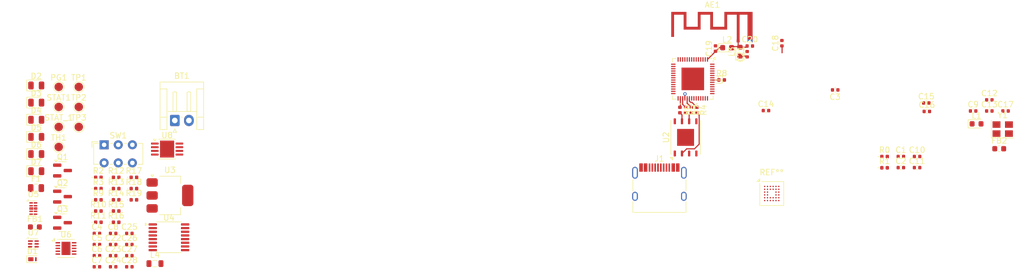
<source format=kicad_pcb>
(kicad_pcb (version 20240108) (generator "pcbnew") (generator_version "8.0")
  (layers (0 "F.Cu" signal) (31 "B.Cu" signal) (34 "B.Paste" user) (35 "F.Paste" user) (36 "B.SilkS" user "B.Silkscreen") (37 "F.SilkS" user "F.Silkscreen") (38 "B.Mask" user) (39 "F.Mask" user) (44 "Edge.Cuts" user))
  (net 0 "")
  (net 1 "Net-(AE1-A)")
  (net 2 "Net-(BT1--)")
  (net 3 "Net-(BT1-+)")
  (net 4 "GND")
  (net 5 "Net-(U1-XTAL_N)")
  (net 6 "Net-(C2-Pad1)")
  (net 7 "+3.3V")
  (net 8 "Net-(D1-K)")
  (net 9 "VBUS")
  (net 10 "Net-(D2-K)")
  (net 11 "Net-(C9-Pad1)")
  (net 12 "Net-(C14-Pad1)")
  (net 13 "Net-(U1-LNA_IN)")
  (net 14 "Net-(C21-Pad1)")
  (net 15 "+BATT")
  (net 16 "Net-(U7-BAT)")
  (net 17 "+5V")
  (net 18 "Net-(D3-K)")
  (net 19 "/POWER_GOOD")
  (net 20 "/STAT_1")
  (net 21 "Net-(SW1-B)")
  (net 22 "Net-(U3-VO)")
  (net 23 "Net-(J1-D--PadA7)")
  (net 24 "GNDS")
  (net 25 "Net-(J1-D+-PadA6)")
  (net 26 "Net-(J1-CC2)")
  (net 27 "Net-(J1-CC1)")
  (net 28 "Net-(U8-LX)")
  (net 29 "Net-(Q1-G)")
  (net 30 "Net-(Q2-D)")
  (net 31 "Net-(Q2-G)")
  (net 32 "Net-(Q3-G)")
  (net 33 "/SPI_D")
  (net 34 "Net-(U1-SPID)")
  (net 35 "Net-(U1-XTAL_P)")
  (net 36 "Net-(U4-SEL)")
  (net 37 "Net-(U1-SPIQ)")
  (net 38 "/SPI_Q")
  (net 39 "/SPI_W")
  (net 40 "Net-(U1-SPIWP)")
  (net 41 "Net-(U1-SPIHD)")
  (net 42 "/SPI_HOLD")
  (net 43 "/SPI_CLK")
  (net 44 "Net-(U1-SPICLK)")
  (net 45 "Net-(U1-U0TXD)")
  (net 46 "/TXD")
  (net 47 "Net-(U6-STAT1)")
  (net 48 "Net-(U6-STAT2)")
  (net 49 "Net-(U6-~{PG})")
  (net 50 "Net-(U6-PROG)")
  (net 51 "Net-(U7-V-)")
  (net 52 "Net-(U8-EN)")
  (net 53 "Net-(U8-RSET)")
  (net 54 "Net-(U8-FB)")
  (net 55 "Net-(U6-THERM)")
  (net 57 "/D+")
  (net 60 "/RXD")
  (net 62 "/D-")
  (net 74 "/SPI_CS")
  (net 96 "Net-(U4-CC2)")
  (net 98 "Net-(U4-CC1)")
  (footprint "TestPoint:TestPoint_Pad_D1.5mm" (layer "F.Cu") (at 84.86 86.5)
    (property "Reference" "STAT_1")
    (property "Value" "TestPoint")
  )
  (footprint "Diode_SMD:D_0402_1005Metric" (layer "F.Cu") (at 91.875 95.44)
    (property "Reference" "R2")
    (property "Value" "0")
  )
  (footprint "Package_SO:MSOP-8-1EP_3x3mm_P0.65mm_EP2.5x3mm_Mask1.73x2.36mm" (layer "F.Cu") (at 104.04 90.42)
    (property "Reference" "U8")
    (property "Value" "PAM2401")
  )
  (footprint "Diode_SMD:D_0805_2012Metric" (layer "F.Cu") (at 80.88 85.225)
    (property "Reference" "D4")
    (property "Value" "D_Schottky")
  )
  (footprint "Capacitor_SMD:C_0402_1005Metric" (layer "F.Cu") (at 94.49 105.38)
    (property "Reference" "C8")
    (property "Value" "100n")
  )
  (footprint "Package_DFN_QFN:QFN-56-1EP_7x7mm_P0.4mm_EP4x4mm" (layer "F.Cu") (at 197.08 77.98 -90)
    (property "Reference" "U1")
    (property "Value" "ESP32-S3")
  )
  (footprint "Capacitor_SMD:C_0402_1005Metric" (layer "F.Cu") (at 222.28 79.935)
    (property "Reference" "C3")
    (property "Value" "C")
  )
  (footprint "LED_SMD:LED_0603_1608Metric" (layer "F.Cu") (at 203.15 72.45)
    (property "Reference" "L2")
    (property "Value" "20nH")
  )
  (footprint "Connector_USB:USB_C_Receptacle_HRO_TYPE-C-31-M-12" (layer "F.Cu") (at 191.17 97.75)
    (property "Reference" "J1")
    (property "Value" "USB_C_Receptacle_USB2.0_14P")
  )
  (footprint "Package_DFN_QFN:Diodes_UDFN-10_1.0x2.5mm_P0.5mm" (layer "F.Cu") (at 80.365 100.965)
    (property "Reference" "U5")
    (property "Value" "ESD224DQA")
  )
  (footprint "Diode_SMD:D_0402_1005Metric" (layer "F.Cu") (at 91.875 101.41)
    (property "Reference" "R10")
    (property "Value" "470")
  )
  (footprint "Package_TO_SOT_SMD:SOT-23" (layer "F.Cu") (at 85.53 94.225)
    (property "Reference" "Q1")
    (property "Value" "NMOS")
  )
  (footprint "Capacitor_SMD:C_0402_1005Metric" (layer "F.Cu") (at 94.49 111.29)
    (property "Reference" "C24")
    (property "Value" "0.1u")
  )
  (footprint "Capacitor_SMD:C_0402_1005Metric" (layer "F.Cu") (at 97.36 111.29)
    (property "Reference" "C28")
    (property "Value" "10u")
  )
  (footprint "Capacitor_SMD:C_0402_1005Metric" (layer "F.Cu") (at 238.4 82.25)
    (property "Reference" "C15")
    (property "Value" "0.1u")
  )
  (footprint "Capacitor_SMD:C_0402_1005Metric" (layer "F.Cu") (at 236.7725 93.71)
    (property "Reference" "C11")
    (property "Value" "10u")
  )
  (footprint "Capacitor_SMD:C_0402_1005Metric" (layer "F.Cu") (at 91.62 111.29)
    (property "Reference" "C7")
    (property "Value" "10u")
  )
  (footprint "Inductor_SMD:L_0805_2012Metric" (layer "F.Cu") (at 101.89 110.73)
    (property "Reference" "L4")
    (property "Value" "2.2UH3A")
  )
  (footprint "LED_SMD:LED_0603_1608Metric" (layer "F.Cu") (at 205.423107 73.15 90)
    (property "Reference" "L3")
    (property "Value" "20nH")
  )
  (footprint "Fuse:Fuse_0805_2012Metric" (layer "F.Cu") (at 80.84 97.34)
    (property "Reference" "F1")
    (property "Value" "2A")
  )
  (footprint "TestPoint:TestPoint_Pad_D1.5mm" (layer "F.Cu") (at 84.86 90.05)
    (property "Reference" "TH1")
    (property "Value" "10K")
  )
  (footprint "Capacitor_SMD:C_0402_1005Metric" (layer "F.Cu") (at 252.43 83.67)
    (property "Reference" "C17")
    (property "Value" "1u")
  )
  (footprint "Package_SO:TSSOP-16_4.4x5mm_P0.65mm" (layer "F.Cu") (at 104.365 106.06)
    (property "Reference" "U4")
    (property "Value" "IP2721")
  )
  (footprint "Capacitor_SMD:C_0402_1005Metric" (layer "F.Cu") (at 97.36 105.38)
    (property "Reference" "C25")
    (property "Value" "0.1u")
  )
  (footprint "Diode_SMD:D_0402_1005Metric" (layer "F.Cu") (at 197.8 83.5 -90)
    (property "Reference" "R4")
    (property "Value" "0")
  )
  (footprint "Package_DFN_QFN:W-PDFN-8-1EP_6x5mm_P1.27mm_EP3x3mm" (layer "F.Cu") (at 195.800387 88.353063 90)
    (property "Reference" "U2")
    (property "Value" "MT25QUxxxxxx1xW7")
  )
  (footprint "Crystal:Crystal_SMD_SeikoEpson_TSX3225-4Pin_3.2x2.5mm" (layer "F.Cu") (at 251.93 86.88)
    (property "Reference" "Y1")
    (property "Value" "40MHz")
  )
  (footprint "Capacitor_SMD:C_0402_1005Metric" (layer "F.Cu") (at 236.7725 91.74)
    (property "Reference" "C10")
    (property "Value" "1u")
  )
  (footprint "Diode_SMD:D_0402_1005Metric" (layer "F.Cu") (at 91.875 103.4)
    (property "Reference" "R11")
    (property "Value" "470")
  )
  (footprint "Diode_SMD:D_0805_2012Metric" (layer "F.Cu") (at 80.88 79.145)
    (property "Reference" "D2")
    (property "Value" "D_Schottky")
  )
  (footprint "Capacitor_SMD:C_0402_1005Metric" (layer "F.Cu") (at 91.62 109.32)
    (property "Reference" "C6")
    (property "Value" "10u")
  )
  (footprint "Capacitor_SMD:C_0402_1005Metric" (layer "F.Cu") (at 91.62 107.35)
    (property "Reference" "C5")
    (property "Value" "10u")
  )
  (footprint "Capacitor_SMD:C_0402_1005Metric" (layer "F.Cu") (at 91.62 105.38)
    (property "Reference" "C4")
    (property "Value" "10u")
  )
  (footprint "Capacitor_SMD:C_0402_1005Metric" (layer "F.Cu") (at 94.49 109.32)
    (property "Reference" "C23")
    (property "Value" "10u")
  )
  (footprint "Diode_SMD:D_0402_1005Metric" (layer "F.Cu") (at 95.02 101.41)
    (property "Reference" "R15")
    (property "Value" "750k")
  )
  (footprint "Diode_SMD:D_0402_1005Metric" (layer "F.Cu") (at 91.875 99.42)
    (property "Reference" "R9")
    (property "Value" "470")
  )
  (footprint "LED_SMD:LED_0603_1608Metric" (layer "F.Cu") (at 247.3 85.95)
    (property "Reference" "L1")
    (property "Value" "20nH")
  )
  (footprint "TestPoint:TestPoint_Pad_D1.5mm" (layer "F.Cu") (at 88.41 86.5)
    (property "Reference" "TP3")
    (property "Value" "FEEDBACK")
  )
  (footprint "Package_TO_SOT_SMD:SOT-23" (layer "F.Cu") (at 85.53 98.85)
    (property "Reference" "Q2")
    (property "Value" "NMOS")
  )
  (footprint "Diode_SMD:D_0402_1005Metric" (layer "F.Cu") (at 98.165 95.44)
    (property "Reference" "R17")
    (property "Value" "750k")
  )
  (footprint "Diode_SMD:D_0402_1005Metric" (layer "F.Cu") (at 231.0175 93.74)
    (property "Reference" "R1")
    (property "Value" "TBD")
  )
  (footprint "Diode_SMD:D_0402_1005Metric" (layer "F.Cu") (at 98.165 99.42)
    (property "Reference" "R19")
    (property "Value" "4.7k")
  )
  (footprint "Package_TO_SOT_SMD:SOT-223-3_TabPin2" (layer "F.Cu") (at 104.54 98.645)
    (property "Reference" "U3")
    (property "Value" "AMS1117-3.3")
  )
  (footprint "TestPoint:TestPoint_Pad_D1.5mm" (layer "F.Cu") (at 88.41 79.4)
    (property "Reference" "TP1")
    (property "Value" "VDD")
  )
  (footprint "LED_SMD:LED_0805_2012Metric" (layer "F.Cu") (at 80.88 94.345)
    (property "Reference" "D7")
    (property "Value" "LED")
  )
  (footprint "TestPoint:TestPoint_Pad_D1.5mm" (layer "F.Cu") (at 84.86 79.4)
    (property "Reference" "PG1")
    (property "Value" "TestPoint")
  )
  (footprint "Connector_JST:JST_EH_S2B-EH_1x02_P2.50mm_Horizontal" (layer "F.Cu") (at 105.4 85.35)
    (property "Reference" "BT1")
    (property "Value" "Battery_Cell")
  )
  (footprint "LED_SMD:LED_0805_2012Metric" (layer "F.Cu") (at 80.88 91.305)
    (property "Reference" "D6")
    (property "Value" "LED")
  )
  (footprint "Diode_SMD:D_0402_1005Metric" (layer "F.Cu") (at 95.02 103.4)
    (property "Reference" "R16")
    (property "Value" "100k")
  )
  (footprint "Diode_SMD:Nexperia_DSN1608-2_1.6x0.8mm" (layer "F.Cu") (at 80.21 109.95)
    (property "Reference" "D1")
    (property "Value" "PTVS5V0Z1USK")
  )
  (footprint "Package_BGA:UFBGA-32_4.0x4.0mm_Layout6x6_P0.5mm" (layer "F.Cu") (at 211.05 98.3)
    (property "Reference" "REF**")
    (property "Value" "UFBGA-32_4.0x4.0mm_Layout6x6_P0.5mm")
  )
  (footprint "Capacitor_SMD:C_0402_1005Metric" (layer "F.Cu") (at 97.36 107.35)
    (property "Reference" "C26")
    (property "Value" "C")
  )
  (footprint "TestPoint:TestPoint_Pad_D1.5mm" (layer "F.Cu") (at 84.86 82.95)
    (property "Reference" "STAT1")
    (property "Value" "TestPoint")
  )
  (footprint "Diode_SMD:D_0402_1005Metric" (layer "F.Cu") (at 196.8 83.5 -90)
    (property "Reference" "R7")
    (property "Value" "0")
  )
  (footprint "Diode_SMD:D_0402_1005Metric" (layer "F.Cu") (at 98.165 97.43)
    (property "Reference" "R18")
    (property "Value" "100k")
  )
  (footprint "Diode_SMD:D_0402_1005Metric" (layer "F.Cu") (at 91.875 97.43)
    (property "Reference" "R3")
    (property "Value" "0")
  )
  (footprint "Capacitor_SMD:C_0402_1005Metric" (layer "F.Cu") (at 210.03 83.6)
    (property "Reference" "C14")
    (property "Value" "0.1u")
  )
  (footprint "Diode_SMD:D_0402_1005Metric" (layer "F.Cu") (at 194.8 83.5 -90)
    (property "Reference" "R6")
    (property "Value" "0")
  )
  (footprint "Capacitor_SMD:C_0402_1005Metric" (layer "F.Cu") (at 207.17 72.15)
    (property "Reference" "C20")
    (property "Value" "C")
  )
  (footprint "Capacitor_SMD:C_0402_1005Metric" (layer "F.Cu") (at 212.85 71.65 90)
    (property "Reference" "C18")
    (property "Value" "0.1u")
  )
  (footprint "Capacitor_SMD:C_0402_1005Metric" (layer "F.Cu") (at 97.36 109.32)
    (property "Reference" "C27")
    (property "Value" "10u")
  )
  (footprint "Capacitor_SMD:C_0402_1005Metric" (layer "F.Cu") (at 201.1 72.6 90)
    (property "Reference" "C19")
    (property "Value" "C")
  )
  (footprint "Inductor_SMD:L_0603_1608Metric" (layer "F.Cu") (at 251.31 90.36)
    (property "Reference" "FB2")
    (property "Value" "FerriteBead")
  )
  (footprint "Inductor_SMD:L_0603_1608Metric" (layer "F.Cu") (at 80.64 104.24)
    (property "Reference" "FB1")
    (property "Value" "FerriteBead")
  )
  (footprint "Capacitor_SMD:C_0402_1005Metric" (layer "F.Cu") (at 246.69 83.67)
    (property "Reference" "C9")
    (property "Value" "10n")
  )
  (footprint "Diode_SMD:D_0402_1005Metric" (layer "F.Cu") (at 95.02 99.42)
    (property "Reference" "R14")
    (property "Value" "330")
  )
  (footprint "Capacitor_SMD:C_0402_1005Metric" (layer "F.Cu") (at 249.56 81.7)
    (property "Reference" "C12")
    (property "Value" "1u")
  )
  (footprint "Diode_SMD:D_0402_1005Metric" (layer "F.Cu") (at 195.8 83.5 -90)
    (property "Reference" "R5")
    (property "Value" "0")
  )
  (footprint "Package_SON:WSON-6_1.5x1.5mm_P0.5mm" (layer "F.Cu") (at 80.375 107.235)
    (property "Reference" "U7")
    (property "Value" "BQ297xy")
  )
  (footprint "Diode_SMD:D_0402_1005Metric" (layer "F.Cu") (at 202.183084 78.165585)
    (property "Reference" "R8")
    (property "Value" "499")
  )
  (footprint "Button_Switch_THT:SW_E-Switch_EG1271_SPDT" (layer "F.Cu") (at 92.895 89.67)
    (property "Reference" "SW1")
    (property "Value" "SW_SPST")
  )
  (footprint "Package_DFN_QFN:DFN-10-1EP_3x3mm_P0.5mm_EP1.58x2.35mm" (layer "F.Cu") (at 86.145 108.035)
    (property "Reference" "U6")
    (property "Value" "MCP73833-xxx-MF")
  )
  (footprint "LED_SMD:LED_0805_2012Metric" (layer "F.Cu") (at 80.88 82.185)
    (property "Reference" "D3")
    (property "Value" "LED")
  )
  (footprint "LED_SMD:LED_0805_2012Metric" (layer "F.Cu") (at 80.88 88.265)
    (property "Reference" "D5")
    (property "Value" "LED")
  )
  (footprint "Diode_SMD:D_0402_1005Metric" (layer "F.Cu") (at 231.0175 91.75)
    (property "Reference" "R0")
    (property "Value" "0")
  )
  (footprint "Capacitor_SMD:C_0402_1005Metric" (layer "F.Cu") (at 233.9025 91.74)
    (property "Reference" "C1")
    (property "Value" "C")
  )
  (footprint "Capacitor_SMD:C_0402_1005Metric" (layer "F.Cu") (at 94.49 107.35)
    (property "Reference" "C22")
    (property "Value" "10u")
  )
  (footprint "TestPoint:TestPoint_Pad_D1.5mm" (layer "F.Cu") (at 88.41 82.95)
    (property "Reference" "TP2")
    (property "Value" "VBAT")
  )
  (footprint "Capacitor_SMD:C_0402_1005Metric" (layer "F.Cu") (at 206.7 73.6 90)
    (property "Reference" "C21")
    (property "Value" "C")
  )
  (footprint "Diode_SMD:D_0402_1005Metric" (layer "F.Cu") (at 95.02 95.44)
    (property "Reference" "R12")
    (property "Value" "1k")
  )
  (footprint "RF_Antenna:Texas_SWRA117D_2.4GHz_Left" (layer "F.Cu") (at 205.11 71.25)
    (property "Reference" "AE1")
    (property "Value" "Antenna")
  )
  (footprint "Capacitor_SMD:C_0402_1005Metric" (layer "F.Cu") (at 238.5 83.75)
    (property "Reference" "C16")
    (property "Value" "0.1u")
  )
  (footprint "Package_TO_SOT_SMD:SOT-23" (layer "F.Cu") (at 85.53 103.475)
    (property "Reference" "Q3")
    (property "Value" "NMOS")
  )
  (footprint "Capacitor_SMD:C_0402_1005Metric" (layer "F.Cu") (at 233.9025 93.71)
    (property "Reference" "C2")
    (property "Value" "C")
  )
  (footprint "Diode_SMD:D_0402_1005Metric" (layer "F.Cu") (at 95.02 97.43)
    (property "Reference" "R13")
    (property "Value" "2k2")
  )
  (footprint "Capacitor_SMD:C_0402_1005Metric" (layer "F.Cu") (at 249.56 83.67)
    (property "Reference" "C13")
    (property "Value" "0.1u")
  )
  (segment (start 205.17 72.25) (end 204.1375 72.25) (width 0.2) (layer "F.Cu") (net 1))
  (segment (start 205.423107 72.362499) (end 206.477501 72.362499) (width 0.2) (layer "F.Cu") (net 1))
  (segment (start 204.1375 72.25) (end 203.9375 72.45) (width 0.2) (layer "F.Cu") (net 1))
  (segment (start 205.11 72.19) (end 205.17 72.25) (width 0.2) (layer "F.Cu") (net 1))
  (segment (start 205.11 71.25) (end 205.11 72.19) (width 0.2) (layer "F.Cu") (net 1))
  (segment (start 206.477501 72.362499) (end 206.69 72.15) (width 0.2) (layer "F.Cu") (net 1))
  (segment (start 212.88 72.16) (end 212.85 72.13) (width 0.2) (layer "F.Cu") (net 7))
  (segment (start 212.88 73.35) (end 212.88 72.16) (width 0.2) (layer "F.Cu") (net 7))
  (segment (start 199.68 74.53) (end 201.76 72.45) (width 0.2) (layer "F.Cu") (net 13))
  (segment (start 201.76 72.45) (end 202.3625 72.45) (width 0.2) (layer "F.Cu") (net 13))
  (segment (start 205.423107 73.937501) (end 206.557501 73.937501) (width 0.2) (layer "F.Cu") (net 14))
  (segment (start 206.557501 73.937501) (end 206.7 74.08) (width 0.2) (layer "F.Cu") (net 14))
  (segment (start 196.48 81.429999) (end 196.48 81.92636) (width 0.2) (layer "F.Cu") (net 37))
  (segment (start 196.915 82.13) (end 197.8 83.015) (width 0.2) (layer "F.Cu") (net 37))
  (segment (start 196.68364 82.13) (end 196.915 82.13) (width 0.2) (layer "F.Cu") (net 37))
  (segment (start 196.48 81.92636) (end 196.68364 82.13) (width 0.2) (layer "F.Cu") (net 37))
  (segment (start 197.8 83.985) (end 198.205387 84.390387) (width 0.2) (layer "F.Cu") (net 38))
  (segment (start 198.205387 84.390387) (end 198.205387 89.548063) (width 0.2) (layer "F.Cu") (net 38))
  (segment (start 197.375387 90.378063) (end 195.990387 90.378063) (width 0.2) (layer "F.Cu") (net 38))
  (segment (start 198.205387 89.548063) (end 197.375387 90.378063) (width 0.2) (layer "F.Cu") (net 38))
  (segment (start 195.990387 90.378063) (end 195.165387 91.203063) (width 0.2) (layer "F.Cu") (net 38))
  (segment (start 195.28 81.43) (end 195.28 82.495) (width 0.2) (layer "F.Cu") (net 40))
  (segment (start 195.28 82.495) (end 195.8 83.015) (width 0.2) (layer "F.Cu") (net 40))
  (segment (start 194.88 81.429999) (end 194.88 82.935) (width 0.2) (layer "F.Cu") (net 41))
  (segment (start 194.88 82.935) (end 194.8 83.015) (width 0.2) (layer "F.Cu") (net 41))
  (segment (start 195.165387 84.350387) (end 194.8 83.985) (width 0.2) (layer "F.Cu") (net 42))
  (segment (start 195.165387 85.503063) (end 195.165387 84.350387) (width 0.2) (layer "F.Cu") (net 42))
  (segment (start 196.435387 85.503063) (end 196.435387 84.349613) (width 0.2) (layer "F.Cu") (net 43))
  (segment (start 196.435387 84.349613) (end 196.8 83.985) (width 0.2) (layer "F.Cu") (net 43))
  (segment (start 196.08 81.43) (end 196.08 82.295) (width 0.2) (layer "F.Cu") (net 44))
  (segment (start 196.08 82.295) (end 196.8 83.015) (width 0.2) (layer "F.Cu") (net 44))
  (segment (start 200.53 78.18) (end 201.683669 78.18) (width 0.2) (layer "F.Cu") (net 45))
  (segment (start 201.683669 78.18) (end 201.698084 78.165585) (width 0.2) (layer "F.Cu") (net 45))
  (segment (start 195.65 80.5) (end 195.65 80.5) (width 0.2) (layer "F.Cu") (net 74))
  (segment (start 195.65 80.602242) (end 195.65 80.5) (width 0.2) (layer "F.Cu") (net 74))
  (segment (start 195.68 80.53) (end 195.68 81.43) (width 0.2) (layer "F.Cu") (net 74))
  (segment (start 195.692672 80.644914) (end 195.692672 80.542672) (width 0.2) (layer "F.Cu") (net 74))
  (segment (start 195.692672 80.644914) (end 195.65 80.602242) (width 0.2) (layer "F.Cu") (net 74))
  (segment (start 195.692672 80.542672) (end 195.68 80.53) (width 0.2) (layer "F.Cu") (net 74))
  (via (at 195.692672 80.644914) (size 0.6) (drill 0.3) (layers "F.Cu" "B.Cu") (net 74))
)
</source>
